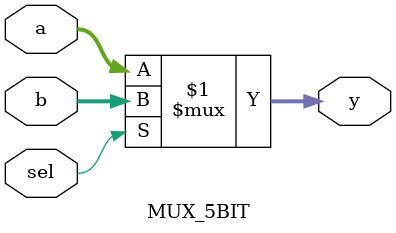
<source format=v>
module MUX_5BIT( sel, a, b, y );
    input sel;
    input  [4:0] a, b;
    output [4:0] y;

    assign y = sel ? b : a;
endmodule
</source>
